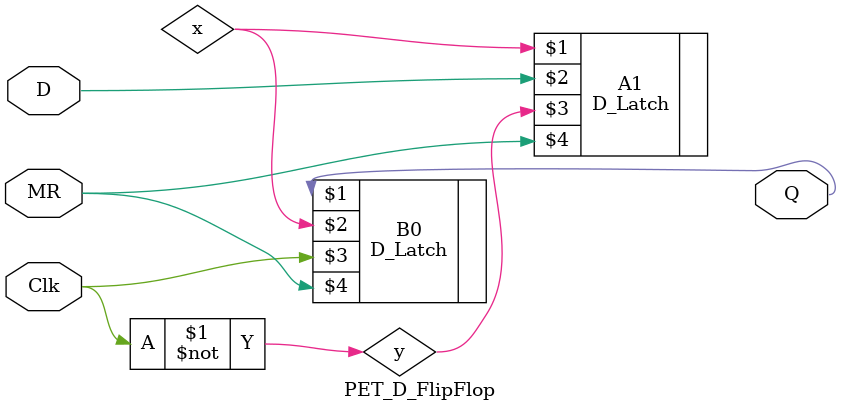
<source format=v>
`timescale 1ns / 1ps


module PET_D_FlipFlop(Q,D,Clk,MR);
    input D,Clk,MR;
    output Q;
    
    wire x,y;
    
    not A0(y,Clk);
    D_Latch A1(x,D,y,MR);
    D_Latch B0(Q,x,Clk,MR);

endmodule


</source>
